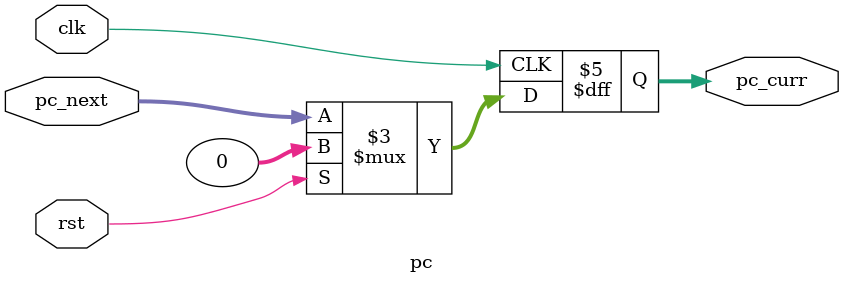
<source format=sv>
`timescale 1ns/1ps
module pc (
    input  logic        clk,
    input  logic        rst,
    input  logic [31:0] pc_next,
    output logic [31:0] pc_curr
);
    always_ff @(posedge clk) begin
        if (rst) pc_curr <= 32'd0;
        else     pc_curr <= pc_next;
    end
endmodule

</source>
